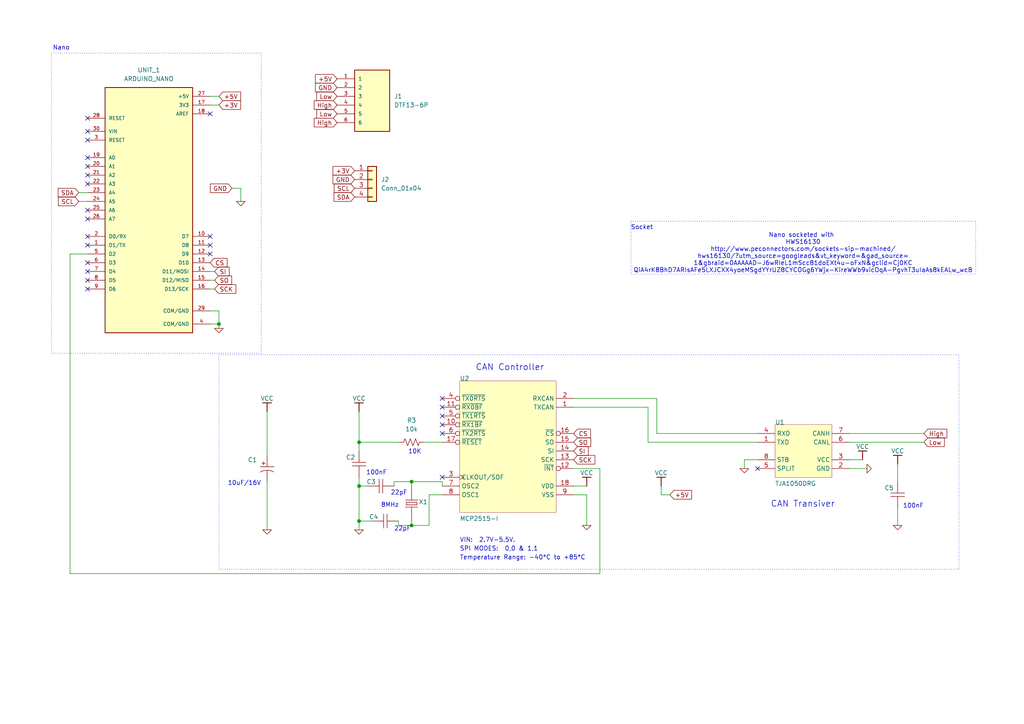
<source format=kicad_sch>
(kicad_sch (version 20250114) (generator "eeschema") (generator_version "9.0")
  (paper "A4")
  (lib_symbols
    (symbol "BAJA SAE:ARDUINO_NANO" (pin_names (offset 1.016))
      (property "Reference" "UNIT_" (at -12.7 35.56 0))
      (property "Value" "ARDUINO_NANO" (at -12.7 -38.1 0))
      (symbol "ARDUINO_NANO_0_0"
        (rectangle (start -12.7 35.56) (end 12.7 -35.56) (stroke (width 0.254)) (fill (type background)))
        (pin input line (at -17.78 26.67 0) (length 5.08) (name "RESET") (number "28"))
        (pin input line (at -17.78 22.86 0) (length 5.08) (name "VIN") (number "30"))
        (pin input line (at -17.78 20.32 0) (length 5.08) (name "RESET") (number "3"))
        (pin input line (at -17.78 15.24 0) (length 5.08) (name "A0") (number "19"))
        (pin input line (at -17.78 12.7 0) (length 5.08) (name "A1") (number "20"))
        (pin input line (at -17.78 10.16 0) (length 5.08) (name "A2") (number "21"))
        (pin input line (at -17.78 7.62 0) (length 5.08) (name "A3") (number "22"))
        (pin input line (at -17.78 5.08 0) (length 5.08) (name "A4") (number "23"))
        (pin input line (at -17.78 2.54 0) (length 5.08) (name "A5") (number "24"))
        (pin input line (at -17.78 0 0) (length 5.08) (name "A6") (number "25"))
        (pin input line (at -17.78 -2.54 0) (length 5.08) (name "A7") (number "26"))
        (pin bidirectional line (at -17.78 -7.62 0) (length 5.08) (name "D0/RX") (number "2"))
        (pin bidirectional line (at -17.78 -10.16 0) (length 5.08) (name "D1/TX") (number "1"))
        (pin bidirectional line (at -17.78 -12.7 0) (length 5.08) (name "D2") (number "5"))
        (pin bidirectional line (at -17.78 -15.24 0) (length 5.08) (name "D3") (number "6"))
        (pin bidirectional line (at -17.78 -17.78 0) (length 5.08) (name "D4") (number "7"))
        (pin bidirectional line (at -17.78 -20.32 0) (length 5.08) (name "D5") (number "8"))
        (pin bidirectional line (at -17.78 -22.86 0) (length 5.08) (name "D6") (number "9"))
        (pin power_in line (at 17.78 33.02 180) (length 5.08) (name "+5V") (number "27"))
        (pin power_in line (at 17.78 30.48 180) (length 5.08) (name "3V3") (number "17"))
        (pin power_in line (at 17.78 27.94 180) (length 5.08) (name "AREF") (number "18"))
        (pin bidirectional line (at 17.78 -7.62 180) (length 5.08) (name "D7") (number "10"))
        (pin bidirectional line (at 17.78 -10.16 180) (length 5.08) (name "D8") (number "11"))
        (pin bidirectional line (at 17.78 -12.7 180) (length 5.08) (name "D9") (number "12"))
        (pin bidirectional line (at 17.78 -15.24 180) (length 5.08) (name "D10") (number "13"))
        (pin bidirectional line (at 17.78 -17.78 180) (length 5.08) (name "D11/MOSI") (number "14"))
        (pin bidirectional line (at 17.78 -20.32 180) (length 5.08) (name "D12/MISO") (number "15"))
        (pin bidirectional line (at 17.78 -22.86 180) (length 5.08) (name "D13/SCK") (number "16"))
        (pin power_in line (at 17.78 -29.21 180) (length 5.08) (name "COM/GND") (number "29"))
        (pin power_in line (at 17.78 -33.02 180) (length 5.08) (name "COM/GND") (number "4"))
      )
    )
    (symbol "CAN Integration-altium-import:VCC_BAR" (power)
      (property "Value" "VCC" (at 0 -3.81 0))
      (symbol "VCC_BAR_0_0"
        (polyline (pts (xy -1.27 -2.54) (xy 1.27 -2.54)) (stroke (width 0.254)))
        (polyline (pts (xy 0 0) (xy 0 -2.54)) (stroke (width 0.254)))
        (pin power_in line (at 0 0 0) (length 0) (hide yes) (name "VCC") (number ""))
      )
    )
    (symbol "CAN Integration-altium-import:root_0_CRYSTAL-ECS-100-20-5PVX_adafruit.IntLib" (pin_numbers (hide yes)) (pin_names (hide yes))
      (symbol "root_0_CRYSTAL-ECS-100-20-5PVX_adafruit.IntLib_1_0"
        (polyline (pts (xy -1.778 1.016) (xy 1.778 1.016)))
        (polyline (pts (xy -1.778 -1.016) (xy 1.778 -1.016)))
        (polyline (pts (xy -1.524 0.381) (xy -1.524 -0.381)))
        (polyline (pts (xy -1.524 -0.381) (xy 1.524 -0.381)))
        (polyline (pts (xy 0 1.016) (xy 0 2.54)))
        (polyline (pts (xy 0 -2.54) (xy 0 -1.016)))
        (polyline (pts (xy 1.524 0.381) (xy -1.524 0.381)))
        (polyline (pts (xy 1.524 -0.381) (xy 1.524 0.381)))
        (pin passive line (at 0 5.08 270) (length 2.54) (name "2") (number "2"))
        (pin passive line (at 0 -5.08 90) (length 2.54) (name "1") (number "1"))
      )
    )
    (symbol "CAN Integration-altium-import:root_0_Cap_Tantalum_adafruit.IntLib" (pin_numbers (hide yes)) (pin_names (hide yes))
      (symbol "root_0_Cap_Tantalum_adafruit.IntLib_1_0"
        (polyline (pts (xy -2.032 -3.302) (xy 2.032 -3.302)))
        (polyline (pts (xy -1.524 -2.286) (xy -0.508 -2.286)))
        (polyline (pts (xy -1.016 -1.778) (xy -1.016 -2.794)))
        (polyline (pts (xy 0 -2.54) (xy 0 -3.302)))
        (polyline (pts (xy 0 -4.318) (xy 0 -5.08)))
        (arc (start 0 -4.318) (mid 0.9856 -4.4393) (end 1.9124 -4.7961))
        (arc (start -2.0163 -4.8535) (mid -1.0431 -4.4542) (end 0 -4.318))
        (pin passive line (at 0 0 270) (length 2.54) (name "1") (number "1"))
        (pin passive line (at 0 -7.62 90) (length 2.54) (name "2") (number "2"))
      )
    )
    (symbol "CAN Integration-altium-import:root_0_MCP2515_adafruit.SCHLIB"
      (symbol "root_0_MCP2515_adafruit.SCHLIB_1_0"
        (rectangle (start 27.94 0) (end 0 -38.1) (stroke (width 0.0254) (color 128 0 0 1)) (fill (type background)))
        (pin passive inverted (at -5.08 -5.08 0) (length 5.08) (name "~{TX0RTS}") (number "4"))
        (pin passive inverted (at -5.08 -7.62 0) (length 5.08) (name "~{RX0BF}") (number "11"))
        (pin passive inverted (at -5.08 -10.16 0) (length 5.08) (name "~{TX1RTS}") (number "5"))
        (pin passive inverted (at -5.08 -12.7 0) (length 5.08) (name "~{RX1BF}") (number "10"))
        (pin passive inverted (at -5.08 -15.24 0) (length 5.08) (name "~{TX2RTS}") (number "6"))
        (pin passive inverted (at -5.08 -17.78 0) (length 5.08) (name "~{RESET}") (number "17"))
        (pin passive clock (at -5.08 -27.94 0) (length 5.08) (name "CLKOUT/SOF") (number "3"))
        (pin passive line (at -5.08 -30.48 0) (length 5.08) (name "OSC2") (number "7"))
        (pin passive line (at -5.08 -33.02 0) (length 5.08) (name "OSC1") (number "8"))
        (pin passive line (at 33.02 -5.08 180) (length 5.08) (name "RXCAN") (number "2"))
        (pin passive line (at 33.02 -7.62 180) (length 5.08) (name "TXCAN") (number "1"))
        (pin passive inverted (at 33.02 -15.24 180) (length 5.08) (name "~{CS}") (number "16"))
        (pin passive line (at 33.02 -17.78 180) (length 5.08) (name "SO") (number "15"))
        (pin passive line (at 33.02 -20.32 180) (length 5.08) (name "SI") (number "14"))
        (pin passive line (at 33.02 -22.86 180) (length 5.08) (name "SCK") (number "13"))
        (pin passive inverted (at 33.02 -25.4 180) (length 5.08) (name "~{INT}") (number "12"))
        (pin passive line (at 33.02 -30.48 180) (length 5.08) (name "VDD") (number "18"))
        (pin passive line (at 33.02 -33.02 180) (length 5.08) (name "VSS") (number "9"))
      )
    )
    (symbol "CAN Integration-altium-import:root_0_TJA1050DRG_adafruit.SCHLIB"
      (symbol "root_0_TJA1050DRG_adafruit.SCHLIB_1_0"
        (rectangle (start 16.51 0) (end 0 -15.24) (stroke (width 0.0254) (color 128 0 0 1)) (fill (type background)))
        (pin passive line (at -5.08 -2.54 0) (length 5.08) (name "RXD") (number "4"))
        (pin passive line (at -5.08 -5.08 0) (length 5.08) (name "TXD") (number "1"))
        (pin passive line (at -5.08 -10.16 0) (length 5.08) (name "STB") (number "8"))
        (pin passive line (at -5.08 -12.7 0) (length 5.08) (name "SPLIT") (number "5"))
        (pin passive line (at 21.59 -2.54 180) (length 5.08) (name "CANH") (number "7"))
        (pin passive line (at 21.59 -5.08 180) (length 5.08) (name "CANL") (number "6"))
        (pin passive line (at 21.59 -10.16 180) (length 5.08) (name "VCC") (number "3"))
        (pin passive line (at 21.59 -12.7 180) (length 5.08) (name "GND") (number "2"))
      )
    )
    (symbol "CAN Integration-altium-import:root_2_Cap_0603_adafruit.IntLib" (pin_numbers (hide yes)) (pin_names (hide yes))
      (symbol "root_2_Cap_0603_adafruit.IntLib_1_0"
        (polyline (pts (xy -2.032 4.318) (xy 2.032 4.318)))
        (polyline (pts (xy 0 5.08) (xy 0 4.318)))
        (polyline (pts (xy 0 2.54) (xy 0 3.302)))
        (polyline (pts (xy 2.032 3.302) (xy -2.032 3.302)))
        (pin passive line (at 0 7.62 270) (length 2.54) (name "2") (number "2"))
        (pin passive line (at 0 0 90) (length 2.54) (name "1") (number "1"))
      )
    )
    (symbol "CAN Integration-altium-import:root_3_Cap_0603_adafruit.IntLib" (pin_numbers (hide yes)) (pin_names (hide yes))
      (symbol "root_3_Cap_0603_adafruit.IntLib_1_0"
        (polyline (pts (xy -5.08 0) (xy -4.318 0)))
        (polyline (pts (xy -4.318 -2.032) (xy -4.318 2.032)))
        (polyline (pts (xy -3.302 2.032) (xy -3.302 -2.032)))
        (polyline (pts (xy -2.54 0) (xy -3.302 0)))
        (pin passive line (at -7.62 0 0) (length 2.54) (name "2") (number "2"))
        (pin passive line (at 0 0 180) (length 2.54) (name "1") (number "1"))
      )
    )
    (symbol "Connector_Generic:Conn_01x04" (pin_names (offset 1.016) (hide yes))
      (property "Reference" "J" (at 0 5.08 0))
      (property "Value" "Conn_01x04" (at 0 -7.62 0))
      (symbol "Conn_01x04_1_1"
        (rectangle (start -1.27 3.81) (end 1.27 -6.35) (stroke (width 0.254)) (fill (type background)))
        (rectangle (start -1.27 2.667) (end 0 2.413) (stroke (width 0.1524)))
        (rectangle (start -1.27 0.127) (end 0 -0.127) (stroke (width 0.1524)))
        (rectangle (start -1.27 -2.413) (end 0 -2.667) (stroke (width 0.1524)))
        (rectangle (start -1.27 -4.953) (end 0 -5.207) (stroke (width 0.1524)))
        (pin passive line (at -5.08 2.54 0) (length 3.81) (name "Pin_1") (number "1"))
        (pin passive line (at -5.08 0 0) (length 3.81) (name "Pin_2") (number "2"))
        (pin passive line (at -5.08 -2.54 0) (length 3.81) (name "Pin_3") (number "3"))
        (pin passive line (at -5.08 -5.08 0) (length 3.81) (name "Pin_4") (number "4"))
      )
    )
    (symbol "Device:R_US" (pin_numbers (hide yes)) (pin_names (offset 0))
      (property "Reference" "R" (at 2.54 0 90))
      (property "Value" "R_US" (at -2.54 0 90))
      (symbol "R_US_0_1"
        (polyline (pts (xy 0 2.286) (xy 0 2.54)))
        (polyline (pts (xy 0 2.286) (xy 1.016 1.905) (xy 0 1.524) (xy -1.016 1.143) (xy 0 0.762)))
        (polyline (pts (xy 0 0.762) (xy 1.016 0.381) (xy 0 0) (xy -1.016 -0.381) (xy 0 -0.762)))
        (polyline (pts (xy 0 -0.762) (xy 1.016 -1.143) (xy 0 -1.524) (xy -1.016 -1.905) (xy 0 -2.286)))
        (polyline (pts (xy 0 -2.286) (xy 0 -2.54)))
      )
      (symbol "R_US_1_1"
        (pin passive line (at 0 3.81 270) (length 1.27) (name "~") (number "1"))
        (pin passive line (at 0 -3.81 90) (length 1.27) (name "~") (number "2"))
      )
    )
    (symbol "Simulation_SPICE:0" (power) (pin_numbers (hide yes)) (pin_names (offset 0) (hide yes))
      (property "Value" "0" (at 0 -2.54 0))
      (symbol "0_0_1"
        (polyline (pts (xy -1.27 0) (xy 0 -1.27) (xy 1.27 0) (xy -1.27 0)))
      )
      (symbol "0_1_1"
        (pin power_in line (at 0 0 0) (length 0) (name "~") (number "1"))
      )
    )
    (symbol "dtf part:DTF13-6P" (pin_names (offset 1.016))
      (property "Reference" "J" (at -5.08 8.128 0))
      (property "Value" "DTF13-6P" (at -5.08 -12.7 0))
      (symbol "DTF13-6P_0_0"
        (rectangle (start -5.08 -10.16) (end 5.08 7.62) (stroke (width 0.254)) (fill (type background)))
        (pin passive line (at -10.16 5.08 0) (length 5.08) (name "1") (number "1"))
        (pin passive line (at -10.16 2.54 0) (length 5.08) (name "2") (number "2"))
        (pin passive line (at -10.16 0 0) (length 5.08) (name "3") (number "3"))
        (pin passive line (at -10.16 -2.54 0) (length 5.08) (name "4") (number "4"))
        (pin passive line (at -10.16 -5.08 0) (length 5.08) (name "5") (number "5"))
        (pin passive line (at -10.16 -7.62 0) (length 5.08) (name "6") (number "6"))
      )
    )
  )
  (rectangle (start 63.5 102.87) (end 278.13 165.1) (stroke (width 0) (type dot)))
  (rectangle (start 14.9376 15.4076) (end 75.758 102.43) (stroke (width 0) (type dot)))
  (rectangle (start 183.0068 64.1436) (end 282.956 79.4952) (stroke (width 0) (type dot)))
  (text "10uF/16V" (at 66.04 140.97 0) (effects (font (size 1.27 1.27)) (justify left bottom)))
  (text "100nF" (at 106.172 137.922 0) (effects (font (size 1.27 1.27)) (justify left bottom)))
  (text "SPI MODES:  0,0 & 1,1" (at 133.35 160.02 0) (effects (font (size 1.27 1.27)) (justify left bottom)))
  (text "Nano" (at 17.78 13.97 0) (effects (font (size 1.27 1.27))))
  (text "22pF" (at 114.3 154.178 0) (effects (font (size 1.27 1.27)) (justify left bottom)))
  (text "8MHz" (at 110.49 147.32 0) (effects (font (size 1.27 1.27)) (justify left bottom)))
  (text "CAN Transiver" (at 223.52 147.32 0) (effects (font (size 1.778 1.778)) (justify left bottom)))
  (text "Nano socketed with \nHWS16130\nhttp://www.peconnectors.com/sockets-sip-machined/\nhws16130/?utm_source=googleads&vt_keyword=&gad_source=\n1&gbraid=0AAAAAD-J6wRIeL1mScc81doEXt4u-oFxN&gclid=Cj0KC\nQiA4rK8BhD7ARIsAFe5LXJCXX4yoeMSgdYYrUZ8CYCOGg6YWjx-KireWWb9vicOqA-PgvhT3uIaAs8kEALw_wcB" (at 232.918 73.406 0) (effects (font (size 1.27 1.27))))
  (text "Temperature Range: -40*C to +85*C" (at 133.35 162.56 0) (effects (font (size 1.27 1.27)) (justify left bottom)))
  (text "10K" (at 118.364 131.826 0) (effects (font (size 1.27 1.27)) (justify left bottom)))
  (text "CAN Controller" (at 137.922 107.696 0) (effects (font (size 1.778 1.778)) (justify left bottom)))
  (text "VIN:  2.7V-5.5V." (at 133.35 157.48 0) (effects (font (size 1.27 1.27)) (justify left bottom)))
  (text "Socket" (at 186.182 66.04 0) (effects (font (size 1.27 1.27))))
  (text "22pF" (at 113.284 143.764 0) (effects (font (size 1.27 1.27)) (justify left bottom)))
  (text "100nF" (at 261.874 147.574 0) (effects (font (size 1.27 1.27)) (justify left bottom)))
  (junction (at 104.14 140.97))
  (junction (at 119.38 152.4))
  (junction (at 104.14 128.27))
  (junction (at 63.5 93.98))
  (junction (at 119.38 139.7))
  (junction (at 104.14 151.13))
  (no_connect (at 60.96 68.58))
  (no_connect (at 60.96 73.66))
  (no_connect (at 25.4 60.96))
  (no_connect (at 25.4 34.29))
  (no_connect (at 60.96 71.12))
  (no_connect (at 25.4 78.74))
  (no_connect (at 128.27 138.43))
  (no_connect (at 25.4 53.34))
  (no_connect (at 25.4 40.64))
  (no_connect (at 25.4 45.72))
  (no_connect (at 25.4 68.58))
  (no_connect (at 219.71 135.89))
  (no_connect (at 128.27 120.65))
  (no_connect (at 25.4 71.12))
  (no_connect (at 25.4 38.1))
  (no_connect (at 128.27 125.73))
  (no_connect (at 60.96 33.02))
  (no_connect (at 25.4 63.5))
  (no_connect (at 128.27 115.57))
  (no_connect (at 128.27 123.19))
  (no_connect (at 25.4 50.8))
  (no_connect (at 25.4 83.82))
  (no_connect (at 25.4 81.28))
  (no_connect (at 25.4 48.26))
  (no_connect (at 128.27 118.11))
  (no_connect (at 25.4 76.2))
  (wire (pts (xy 190.5 115.57) (xy 190.5 125.73)))
  (wire (pts (xy 20.32 166.37) (xy 173.99 166.37)))
  (wire (pts (xy 60.96 83.82) (xy 62.23 83.82)))
  (wire (pts (xy 260.35 152.4) (xy 260.35 147.32)))
  (wire (pts (xy 215.9 133.35) (xy 215.9 135.89)))
  (wire (pts (xy 115.57 128.27) (xy 104.14 128.27)))
  (wire (pts (xy 190.5 125.73) (xy 219.71 125.73)))
  (wire (pts (xy 77.47 153.67) (xy 77.47 139.7)))
  (wire (pts (xy 119.38 151.13) (xy 119.38 152.4)))
  (wire (pts (xy 63.5 93.98) (xy 63.5 95.25)))
  (wire (pts (xy 104.14 138.43) (xy 104.14 140.97)))
  (wire (pts (xy 114.3 139.7) (xy 114.3 140.97)))
  (wire (pts (xy 60.96 93.98) (xy 63.5 93.98)))
  (wire (pts (xy 104.14 140.97) (xy 106.68 140.97)))
  (wire (pts (xy 173.99 166.37) (xy 173.99 135.89)))
  (wire (pts (xy 128.27 143.51) (xy 124.46 143.51)))
  (wire (pts (xy 60.96 30.48) (xy 63.5 30.48)))
  (wire (pts (xy 251.46 135.89) (xy 246.38 135.89)))
  (wire (pts (xy 170.18 140.97) (xy 166.37 140.97)))
  (wire (pts (xy 104.14 151.13) (xy 104.14 153.67)))
  (wire (pts (xy 77.47 119.38) (xy 77.47 132.08)))
  (wire (pts (xy 166.37 118.11) (xy 187.96 118.11)))
  (wire (pts (xy 191.77 143.51) (xy 194.31 143.51)))
  (wire (pts (xy 119.38 139.7) (xy 119.38 140.97)))
  (wire (pts (xy 246.38 125.73) (xy 267.97 125.73)))
  (wire (pts (xy 119.38 139.7) (xy 128.27 139.7)))
  (wire (pts (xy 115.57 152.4) (xy 119.38 152.4)))
  (wire (pts (xy 115.57 151.13) (xy 115.57 152.4)))
  (wire (pts (xy 60.96 27.94) (xy 63.5 27.94)))
  (wire (pts (xy 114.3 139.7) (xy 119.38 139.7)))
  (wire (pts (xy 22.86 55.88) (xy 25.4 55.88)))
  (wire (pts (xy 128.27 128.27) (xy 123.19 128.27)))
  (wire (pts (xy 219.71 133.35) (xy 215.9 133.35)))
  (wire (pts (xy 20.32 73.66) (xy 20.32 166.37)))
  (wire (pts (xy 246.38 128.27) (xy 267.97 128.27)))
  (wire (pts (xy 250.19 133.35) (xy 246.38 133.35)))
  (wire (pts (xy 170.18 143.51) (xy 166.37 143.51)))
  (wire (pts (xy 191.77 140.97) (xy 191.77 143.51)))
  (wire (pts (xy 63.5 90.17) (xy 63.5 93.98)))
  (wire (pts (xy 69.85 58.42) (xy 69.85 54.61)))
  (wire (pts (xy 22.86 58.42) (xy 25.4 58.42)))
  (wire (pts (xy 60.96 81.28) (xy 62.23 81.28)))
  (wire (pts (xy 60.96 90.17) (xy 63.5 90.17)))
  (wire (pts (xy 187.96 128.27) (xy 219.71 128.27)))
  (wire (pts (xy 260.35 134.62) (xy 260.35 139.7)))
  (wire (pts (xy 104.14 140.97) (xy 104.14 151.13)))
  (wire (pts (xy 128.27 139.7) (xy 128.27 140.97)))
  (wire (pts (xy 166.37 115.57) (xy 190.5 115.57)))
  (wire (pts (xy 170.18 152.4) (xy 170.18 143.51)))
  (wire (pts (xy 25.4 73.66) (xy 20.32 73.66)))
  (wire (pts (xy 166.37 135.89) (xy 173.99 135.89)))
  (wire (pts (xy 124.46 143.51) (xy 124.46 152.4)))
  (wire (pts (xy 69.85 54.61) (xy 67.31 54.61)))
  (wire (pts (xy 104.14 119.38) (xy 104.14 128.27)))
  (wire (pts (xy 60.96 78.74) (xy 62.23 78.74)))
  (wire (pts (xy 104.14 151.13) (xy 107.95 151.13)))
  (wire (pts (xy 104.14 128.27) (xy 104.14 130.81)))
  (wire (pts (xy 187.96 118.11) (xy 187.96 128.27)))
  (wire (pts (xy 119.38 152.4) (xy 124.46 152.4)))
  (global_label "+5V" (shape input) (at 194.31 143.51 0) (property "Intersheetrefs" "${INTERSHEET_REFS}" (effects (hide yes))))
  (global_label "GND" (shape input) (at 67.31 54.61 180) (property "Intersheetrefs" "${INTERSHEET_REFS}" (effects (hide yes))))
  (global_label "GND" (shape input) (at 102.87 52.07 180) (property "Intersheetrefs" "${INTERSHEET_REFS}" (effects (hide yes))))
  (global_label "CS" (shape input) (at 166.37 125.73 0) (property "Intersheetrefs" "${INTERSHEET_REFS}" (effects (hide yes))))
  (global_label "+5V" (shape input) (at 97.79 22.86 180) (property "Intersheetrefs" "${INTERSHEET_REFS}" (effects (hide yes))))
  (global_label "SCL" (shape input) (at 22.86 58.42 180) (property "Intersheetrefs" "${INTERSHEET_REFS}" (effects (hide yes))))
  (global_label "Low" (shape input) (at 267.97 128.27 0) (property "Intersheetrefs" "${INTERSHEET_REFS}" (effects (hide yes))))
  (global_label "High" (shape input) (at 267.97 125.73 0) (property "Intersheetrefs" "${INTERSHEET_REFS}" (effects (hide yes))))
  (global_label "High" (shape input) (at 97.79 30.48 180) (property "Intersheetrefs" "${INTERSHEET_REFS}" (effects (hide yes))))
  (global_label "SO" (shape input) (at 166.37 128.27 0) (property "Intersheetrefs" "${INTERSHEET_REFS}" (effects (hide yes))))
  (global_label "Low" (shape input) (at 97.79 33.02 180) (property "Intersheetrefs" "${INTERSHEET_REFS}" (effects (hide yes))))
  (global_label "SCK" (shape input) (at 62.23 83.82 0) (property "Intersheetrefs" "${INTERSHEET_REFS}" (effects (hide yes))))
  (global_label "+3V" (shape input) (at 63.5 30.48 0) (property "Intersheetrefs" "${INTERSHEET_REFS}" (effects (hide yes))))
  (global_label "SDA" (shape input) (at 22.86 55.88 180) (property "Intersheetrefs" "${INTERSHEET_REFS}" (effects (hide yes))))
  (global_label "Low" (shape input) (at 97.79 27.94 180) (property "Intersheetrefs" "${INTERSHEET_REFS}" (effects (hide yes))))
  (global_label "+3V" (shape input) (at 102.87 49.53 180) (property "Intersheetrefs" "${INTERSHEET_REFS}" (effects (hide yes))))
  (global_label "+5V" (shape input) (at 63.5 27.94 0) (property "Intersheetrefs" "${INTERSHEET_REFS}" (effects (hide yes))))
  (global_label "GND" (shape input) (at 97.79 25.4 180) (property "Intersheetrefs" "${INTERSHEET_REFS}" (effects (hide yes))))
  (global_label "SCL" (shape input) (at 102.87 54.61 180) (property "Intersheetrefs" "${INTERSHEET_REFS}" (effects (hide yes))))
  (global_label "High" (shape input) (at 97.79 35.56 180) (property "Intersheetrefs" "${INTERSHEET_REFS}" (effects (hide yes))))
  (global_label "SDA" (shape input) (at 102.87 57.15 180) (property "Intersheetrefs" "${INTERSHEET_REFS}" (effects (hide yes))))
  (global_label "SI" (shape input) (at 62.23 78.74 0) (property "Intersheetrefs" "${INTERSHEET_REFS}" (effects (hide yes))))
  (global_label "SCK" (shape input) (at 166.37 133.35 0) (property "Intersheetrefs" "${INTERSHEET_REFS}" (effects (hide yes))))
  (global_label "SO" (shape input) (at 62.23 81.28 0) (property "Intersheetrefs" "${INTERSHEET_REFS}" (effects (hide yes))))
  (global_label "SI" (shape input) (at 166.37 130.81 0) (property "Intersheetrefs" "${INTERSHEET_REFS}" (effects (hide yes))))
  (global_label "CS" (shape input) (at 60.96 76.2 0) (property "Intersheetrefs" "${INTERSHEET_REFS}" (effects (hide yes))))
  (symbol (lib_id "Simulation_SPICE:0") (at 63.5 95.25 0) (unit 1)
    (property "Reference" "#GND03" (effects (hide yes)))
    (property "Value" "0" (effects (hide yes)))
    (property "Datasheet" "https://ngspice.sourceforge.io/docs/ngspice-html-manual/manual.xhtml#subsec_Circuit_elements__device" (effects (hide yes)))
    (property "Description" "0V reference potential for simulation" (effects (hide yes)))
  )
  (symbol (lib_id "CAN Integration-altium-import:VCC_BAR") (at 77.47 119.38 180) (unit 1)
    (property "Reference" "#PWR0112" (effects (hide yes)))
    (property "Value" "VCC" (at 77.47 115.57 0))
  )
  (symbol (lib_id "CAN Integration-altium-import:root_0_CRYSTAL-ECS-100-20-5PVX_adafruit.IntLib") (at 119.38 146.05 0) (unit 0)
    (property "Reference" "X1" (at 121.412 146.304 0) (effects (justify left bottom)))
    (property "Value" "${ALTIUM_VALUE}" (effects (hide yes)))
    (property "Footprint" "Crystal:Crystal_SMD_HC49-SD" (effects (hide yes)))
    (property "Description" "10MHz Â±30ppm Crystal 20pF 60 Ohms HC-49/US" (effects (hide yes)))
    (property "AVAILABILITY" "Warning" (effects (hide yes)))
    (property "SNAPEDA_LINK" "https://www.snapeda.com/parts/ECS-100-20-5PVX/ECS%20Inc./view-part/2721546/?ref=snap" (effects (hide yes)))
    (property "MP" "ECS-100-20-5PVX" (effects (hide yes)))
    (property "ALTIUM_VALUE" "8MHz" (effects (hide yes)))
    (property "PRICE" "None" (effects (hide yes)))
    (property "PACKAGE" "HC49/US ECS International" (effects (hide yes)))
    (property "MF" "ECS Inc." (effects (hide yes)))
    (property "CHECK_PRICES" "https://www.snapeda.com/parts/ECS-100-20-5PVX/ECS%20Inc./view-part/2721546/?ref=eda" (effects (hide yes)))
  )
  (symbol (lib_id "Simulation_SPICE:0") (at 260.35 152.4 0) (unit 1)
    (property "Reference" "#GND018" (effects (hide yes)))
    (property "Value" "0" (effects (hide yes)))
    (property "Datasheet" "https://ngspice.sourceforge.io/docs/ngspice-html-manual/manual.xhtml#subsec_Circuit_elements__device" (effects (hide yes)))
    (property "Description" "0V reference potential for simulation" (effects (hide yes)))
  )
  (symbol (lib_id "Simulation_SPICE:0") (at 104.14 153.67 0) (unit 1)
    (property "Reference" "#GND013" (effects (hide yes)))
    (property "Value" "0" (effects (hide yes)))
    (property "Datasheet" "https://ngspice.sourceforge.io/docs/ngspice-html-manual/manual.xhtml#subsec_Circuit_elements__device" (effects (hide yes)))
    (property "Description" "0V reference potential for simulation" (effects (hide yes)))
  )
  (symbol (lib_id "Simulation_SPICE:0") (at 215.9 135.89 0) (unit 1)
    (property "Reference" "#GND016" (effects (hide yes)))
    (property "Value" "0" (effects (hide yes)))
    (property "Datasheet" "https://ngspice.sourceforge.io/docs/ngspice-html-manual/manual.xhtml#subsec_Circuit_elements__device" (effects (hide yes)))
    (property "Description" "0V reference potential for simulation" (effects (hide yes)))
  )
  (symbol (lib_id "CAN Integration-altium-import:VCC_BAR") (at 260.35 134.62 180) (unit 1)
    (property "Reference" "#PWR0102" (effects (hide yes)))
    (property "Value" "VCC" (at 260.35 130.81 0))
  )
  (symbol (lib_id "CAN Integration-altium-import:VCC_BAR") (at 191.77 140.97 180) (unit 1)
    (property "Reference" "#PWR0108" (effects (hide yes)))
    (property "Value" "VCC" (at 191.77 137.16 0))
  )
  (symbol (lib_id "CAN Integration-altium-import:root_3_Cap_0603_adafruit.IntLib") (at 115.57 151.13 0) (unit 0)
    (property "Reference" "C4" (at 107.061 150.622 0) (effects (justify left bottom)))
    (property "Value" "${ALTIUM_VALUE}" (effects (hide yes)))
    (property "Footprint" "Capacitor_SMD:C_0603_1608Metric" (effects (hide yes)))
    (property "Description" "Capacitor, X5R, ±10%, 6.3V" (effects (hide yes)))
    (property "PART NUMBER" "C0603-N.C." (effects (hide yes)))
    (property "MANUFACTURER" "N.A." (effects (hide yes)))
    (property "DATASHEET" "*" (effects (hide yes)))
    (property "LATESTREVISIONDATE" "2009-11-23" (effects (hide yes)))
    (property "PIN COUNT" "2" (effects (hide yes)))
    (property "PUBLISHER" "Nordic Semiconductor" (effects (hide yes)))
    (property "PUBLISHED" "2009-05-08" (effects (hide yes)))
    (property "ALTIUM_VALUE" "22pF" (effects (hide yes)))
    (property "VOLTS" "6.3V" (effects (hide yes)))
    (property "SUPPLIER" "*" (effects (hide yes)))
    (property "SUPPLIER PART NUMBER" "*" (effects (hide yes)))
    (property "2ND SOURCE SUPPLIER" "*" (effects (hide yes)))
    (property "2ND SOURCE PART NUMBER" "*" (effects (hide yes)))
    (property "ARTIKKELNR NOCA" "20069060" (effects (hide yes)))
    (property "FOOTPRINT DOC" "0603" (effects (hide yes)))
    (property "ARTIKKELNR SIMPRO" "N.A." (effects (hide yes)))
    (property "MANUFACTURER PART NUMBER" "N.A." (effects (hide yes)))
  )
  (symbol (lib_id "CAN Integration-altium-import:root_3_Cap_0603_adafruit.IntLib") (at 114.3 140.97 0) (unit 0)
    (property "Reference" "C3" (at 106.299 140.462 0) (effects (justify left bottom)))
    (property "Value" "${ALTIUM_VALUE}" (effects (hide yes)))
    (property "Footprint" "Capacitor_SMD:C_0603_1608Metric" (effects (hide yes)))
    (property "Description" "Capacitor, X5R, ±10%, 6.3V" (effects (hide yes)))
    (property "PART NUMBER" "C0603-N.C." (effects (hide yes)))
    (property "MANUFACTURER" "N.A." (effects (hide yes)))
    (property "DATASHEET" "*" (effects (hide yes)))
    (property "LATESTREVISIONDATE" "2009-11-23" (effects (hide yes)))
    (property "PIN COUNT" "2" (effects (hide yes)))
    (property "PUBLISHER" "Nordic Semiconductor" (effects (hide yes)))
    (property "PUBLISHED" "2009-05-08" (effects (hide yes)))
    (property "ALTIUM_VALUE" "22pF" (effects (hide yes)))
    (property "VOLTS" "6.3V" (effects (hide yes)))
    (property "SUPPLIER" "*" (effects (hide yes)))
    (property "SUPPLIER PART NUMBER" "*" (effects (hide yes)))
    (property "2ND SOURCE SUPPLIER" "*" (effects (hide yes)))
    (property "2ND SOURCE PART NUMBER" "*" (effects (hide yes)))
    (property "ARTIKKELNR NOCA" "20069060" (effects (hide yes)))
    (property "FOOTPRINT DOC" "0603" (effects (hide yes)))
    (property "ARTIKKELNR SIMPRO" "N.A." (effects (hide yes)))
    (property "MANUFACTURER PART NUMBER" "N.A." (effects (hide yes)))
  )
  (symbol (lib_id "CAN Integration-altium-import:root_0_Cap_Tantalum_adafruit.IntLib") (at 77.47 132.08 0) (unit 0)
    (property "Reference" "C1" (at 71.882 134.112 0) (effects (justify left bottom)))
    (property "Value" "10uF/16V" (effects (hide yes)))
    (property "Footprint" "Capacitor_Tantalum_SMD:CP_EIA-1608-08_AVX-J" (effects (hide yes)))
    (property "Description" "SMD Tantalum Capacitor" (effects (hide yes)))
  )
  (symbol (lib_id "CAN Integration-altium-import:VCC_BAR") (at 250.19 133.35 180) (unit 1)
    (property "Reference" "#PWR0101" (effects (hide yes)))
    (property "Value" "VCC" (at 250.19 129.54 0))
  )
  (symbol (lib_id "CAN Integration-altium-import:root_0_TJA1050DRG_adafruit.SCHLIB") (at 224.79 123.19 0) (unit 0)
    (property "Reference" "U1" (at 224.79 123.19 0) (effects (justify left bottom)))
    (property "Value" "TJA1050DRG" (at 224.79 140.97 0) (effects (justify left bottom)))
    (property "Footprint" "Package_SO:SOIC-8_5.3x5.3mm_P1.27mm" (effects (hide yes)))
    (property "Description" "CAN Transiver" (effects (hide yes)))
    (property "SYMBOL" "TJA1050DRG" (effects (hide yes)))
    (property "DEVICE" "TJA1050DRG" (effects (hide yes)))
    (property "LCSC PART NAME" "TJA1050DRG" (effects (hide yes)))
    (property "SUPPLIER PART" "C19723770" (effects (hide yes)))
    (property "MANUFACTURER" "HGC(深圳汉芯)" (effects (hide yes)))
    (property "MANUFACTURER PART" "TJA1050DRG" (effects (hide yes)))
    (property "SUPPLIER FOOTPRINT" "SOP-8" (effects (hide yes)))
    (property "JLCPCB PART CLASS" "Extended Part" (effects (hide yes)))
    (property "DATASHEET" "https://atta.szlcsc.com/upload/public/pdf/source/20231229/9EC40A6172CAB0350BF7AF3421F4DEBF.pdf" (effects (hide yes)))
    (property "SUPPLIER" "LCSC" (effects (hide yes)))
    (property "ADD INTO BOM" "yes" (effects (hide yes)))
    (property "CONVERT TO PCB" "yes" (effects (hide yes)))
  )
  (symbol (lib_id "CAN Integration-altium-import:VCC_BAR") (at 104.14 119.38 180) (unit 1)
    (property "Reference" "#PWR0115" (effects (hide yes)))
    (property "Value" "VCC" (at 104.14 115.57 0))
  )
  (symbol (lib_id "CAN Integration-altium-import:root_2_Cap_0603_adafruit.IntLib") (at 104.14 138.43 0) (unit 0)
    (property "Reference" "C2" (at 100.33 133.35 0) (effects (justify left bottom)))
    (property "Value" "${ALTIUM_VALUE}" (effects (hide yes)))
    (property "Footprint" "Capacitor_SMD:C_0603_1608Metric" (effects (hide yes)))
    (property "Description" "Capacitor, X5R, ±10%, 6.3V" (effects (hide yes)))
    (property "PART NUMBER" "C0603-N.C." (effects (hide yes)))
    (property "MANUFACTURER" "N.A." (effects (hide yes)))
    (property "DATASHEET" "*" (effects (hide yes)))
    (property "LATESTREVISIONDATE" "2009-11-23" (effects (hide yes)))
    (property "PIN COUNT" "2" (effects (hide yes)))
    (property "PUBLISHER" "Nordic Semiconductor" (effects (hide yes)))
    (property "PUBLISHED" "2009-05-08" (effects (hide yes)))
    (property "ALTIUM_VALUE" "100nF" (effects (hide yes)))
    (property "VOLTS" "6.3V" (effects (hide yes)))
    (property "SUPPLIER" "*" (effects (hide yes)))
    (property "SUPPLIER PART NUMBER" "*" (effects (hide yes)))
    (property "2ND SOURCE SUPPLIER" "*" (effects (hide yes)))
    (property "2ND SOURCE PART NUMBER" "*" (effects (hide yes)))
    (property "ARTIKKELNR NOCA" "20069060" (effects (hide yes)))
    (property "FOOTPRINT DOC" "0603" (effects (hide yes)))
    (property "ARTIKKELNR SIMPRO" "N.A." (effects (hide yes)))
    (property "MANUFACTURER PART NUMBER" "N.A." (effects (hide yes)))
  )
  (symbol (lib_id "Simulation_SPICE:0") (at 77.47 153.67 0) (unit 1)
    (property "Reference" "#GND015" (effects (hide yes)))
    (property "Value" "0" (effects (hide yes)))
    (property "Datasheet" "https://ngspice.sourceforge.io/docs/ngspice-html-manual/manual.xhtml#subsec_Circuit_elements__device" (effects (hide yes)))
    (property "Description" "0V reference potential for simulation" (effects (hide yes)))
  )
  (symbol (lib_id "CAN Integration-altium-import:root_0_MCP2515_adafruit.SCHLIB") (at 133.35 110.49 0) (unit 0)
    (property "Reference" "U2" (at 133.35 110.49 0) (effects (justify left bottom)))
    (property "Value" "MCP2515-I" (at 133.35 151.13 0) (effects (justify left bottom)))
    (property "Footprint" "Package_SO:SOIC-18W_7.5x11.6mm_P1.27mm" (effects (hide yes)))
    (property "Description" "CAN Controller" (effects (hide yes)))
    (property "SYMBOL" "MCP2515-I" (effects (hide yes)))
    (property "DEVICE" "MCP2515-I" (effects (hide yes)))
    (property "SUPPLIER" "LCSC" (effects (hide yes)))
    (property "SUPPLIER PART" "C5250735" (effects (hide yes)))
    (property "MANUFACTURER" "Tokmas(托克马斯)" (effects (hide yes)))
    (property "MANUFACTURER PART" "MCP2515-I" (effects (hide yes)))
    (property "JLCPCB PART CLASS" "Extended Part" (effects (hide yes)))
    (property "LCSC PART NAME" "CAN芯片" (effects (hide yes)))
    (property "SUPPLIER FOOTPRINT" "TSSOP-20" (effects (hide yes)))
    (property "DATASHEET" "https://atta.szlcsc.com/upload/public/pdf/source/20221108/54102364C5045B746FF767DA10992A5D.pdf" (effects (hide yes)))
    (property "ADD INTO BOM" "yes" (effects (hide yes)))
    (property "CONVERT TO PCB" "yes" (effects (hide yes)))
  )
  (symbol (lib_id "Connector_Generic:Conn_01x04") (at 107.95 52.07 0) (unit 1)
    (property "Reference" "J2" (at 110.49 52.0699 0) (effects (justify left)))
    (property "Value" "Conn_01x04" (at 110.49 54.6099 0) (effects (justify left)))
    (property "Footprint" "Connector_JST:JST_XA_B04B-XASK-1_1x04_P2.50mm_Vertical" (effects (hide yes)))
    (property "Description" "Generic connector, single row, 01x04, script generated (kicad-library-utils/schlib/autogen/connector/)" (effects (hide yes)))
  )
  (symbol (lib_id "CAN Integration-altium-import:root_2_Cap_0603_adafruit.IntLib") (at 260.35 147.32 0) (unit 0)
    (property "Reference" "C5" (at 256.54 142.24 0) (effects (justify left bottom)))
    (property "Value" "${ALTIUM_VALUE}" (effects (hide yes)))
    (property "Footprint" "Capacitor_SMD:C_0603_1608Metric" (effects (hide yes)))
    (property "Description" "Capacitor, X5R, ±10%, 6.3V" (effects (hide yes)))
    (property "PART NUMBER" "C0603-N.C." (effects (hide yes)))
    (property "MANUFACTURER" "N.A." (effects (hide yes)))
    (property "DATASHEET" "*" (effects (hide yes)))
    (property "LATESTREVISIONDATE" "2009-11-23" (effects (hide yes)))
    (property "PIN COUNT" "2" (effects (hide yes)))
    (property "PUBLISHER" "Nordic Semiconductor" (effects (hide yes)))
    (property "PUBLISHED" "2009-05-08" (effects (hide yes)))
    (property "ALTIUM_VALUE" "100nF" (effects (hide yes)))
    (property "VOLTS" "6.3V" (effects (hide yes)))
    (property "SUPPLIER" "*" (effects (hide yes)))
    (property "SUPPLIER PART NUMBER" "*" (effects (hide yes)))
    (property "2ND SOURCE SUPPLIER" "*" (effects (hide yes)))
    (property "2ND SOURCE PART NUMBER" "*" (effects (hide yes)))
    (property "ARTIKKELNR NOCA" "20069060" (effects (hide yes)))
    (property "FOOTPRINT DOC" "0603" (effects (hide yes)))
    (property "ARTIKKELNR SIMPRO" "N.A." (effects (hide yes)))
    (property "MANUFACTURER PART NUMBER" "N.A." (effects (hide yes)))
  )
  (symbol (lib_id "CAN Integration-altium-import:VCC_BAR") (at 170.18 140.97 180) (unit 1)
    (property "Reference" "#PWR0103" (effects (hide yes)))
    (property "Value" "VCC" (at 170.18 137.16 0))
  )
  (symbol (lib_id "BAJA SAE:ARDUINO_NANO") (at 43.18 60.96 0) (unit 1)
    (property "Reference" "UNIT_1" (at 43.18 20.32 0))
    (property "Value" "ARDUINO_NANO" (at 43.18 22.86 0))
    (property "Footprint" "BAJA SAE:SHIELD_ARDUINO_NANO" (effects (hide yes)))
    (property "MP" "Arduino Nano" (effects (hide yes)))
  )
  (symbol (lib_id "Device:R_US") (at 119.38 128.27 90) (unit 1)
    (property "Reference" "R3" (at 119.38 121.92 90))
    (property "Value" "10k" (at 119.38 124.46 90))
    (property "Footprint" "Resistor_THT:R_Axial_DIN0204_L3.6mm_D1.6mm_P7.62mm_Horizontal" (effects (hide yes)))
    (property "Description" "Resistor, US symbol" (effects (hide yes)))
  )
  (symbol (lib_id "Simulation_SPICE:0") (at 170.18 152.4 0) (unit 1)
    (property "Reference" "#GND01" (effects (hide yes)))
    (property "Value" "0" (effects (hide yes)))
    (property "Datasheet" "https://ngspice.sourceforge.io/docs/ngspice-html-manual/manual.xhtml#subsec_Circuit_elements__device" (effects (hide yes)))
    (property "Description" "0V reference potential for simulation" (effects (hide yes)))
  )
  (symbol (lib_id "Simulation_SPICE:0") (at 69.85 58.42 0) (unit 1)
    (property "Reference" "#GND04" (effects (hide yes)))
    (property "Value" "0" (effects (hide yes)))
    (property "Datasheet" "https://ngspice.sourceforge.io/docs/ngspice-html-manual/manual.xhtml#subsec_Circuit_elements__device" (effects (hide yes)))
    (property "Description" "0V reference potential for simulation" (effects (hide yes)))
  )
  (symbol (lib_id "Simulation_SPICE:0") (at 251.46 135.89 90) (unit 1)
    (property "Reference" "#GND017" (effects (hide yes)))
    (property "Value" "0" (effects (hide yes)))
    (property "Datasheet" "https://ngspice.sourceforge.io/docs/ngspice-html-manual/manual.xhtml#subsec_Circuit_elements__device" (effects (hide yes)))
    (property "Description" "0V reference potential for simulation" (effects (hide yes)))
  )
  (symbol (lib_id "dtf part:DTF13-6P") (at 107.95 27.94 0) (unit 1)
    (property "Reference" "J1" (at 114.3 27.9399 0) (effects (justify left)))
    (property "Value" "DTF13-6P" (at 114.3 30.4799 0) (effects (justify left)))
    (property "Footprint" "DTF13-6P part:TE_DTF13-6P" (effects (hide yes)))
    (property "Comment" "DTF13-6P" (effects (hide yes)))
    (property "MF" "TE Connectivity" (effects (hide yes)))
    (property "MAXIMUM_PACKAGE_HEIGHT" "22.35mm" (effects (hide yes)))
    (property "Package" "None" (effects (hide yes)))
    (property "Price" "None" (effects (hide yes)))
    (property "Check_prices" "https://www.snapeda.com/parts/DTF13-6P/TE+Connectivity+Deutsch+Connectors/view-part/?ref=eda" (effects (hide yes)))
    (property "STANDARD" "Manufacturer Recommendations" (effects (hide yes)))
    (property "PARTREV" "B" (effects (hide yes)))
    (property "SnapEDA_Link" "https://www.snapeda.com/parts/DTF13-6P/TE+Connectivity+Deutsch+Connectors/view-part/?ref=snap" (effects (hide yes)))
    (property "MP" "DTF13-6P" (effects (hide yes)))
    (property "EU_RoHS_Compliance" "Compliant with Exemptions" (effects (hide yes)))
    (property "Description_1" "Connector, 6-Way, Black, Polyamide, DT Series | TE Connectivity DTF13-6P" (effects (hide yes)))
    (property "Availability" "In Stock" (effects (hide yes)))
    (property "MANUFACTURER" "TE Connectivity" (effects (hide yes)))
  )
)
</source>
